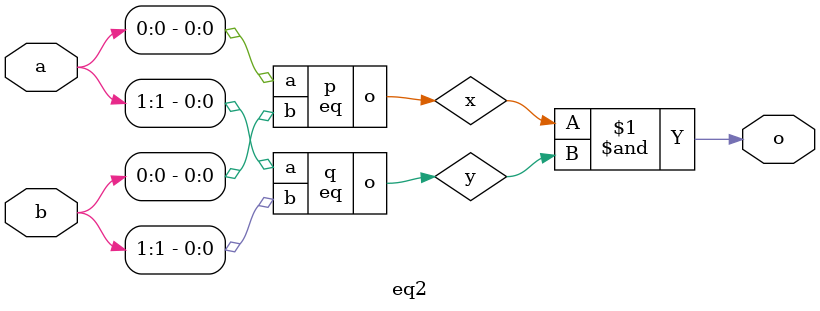
<source format=v>
module eq(
	input wire a,
	input wire b,
	output wire o
);
	assign o = h | l;
	assign h = a & b;
	assign l = ~a & ~b;
endmodule


// A module to test if two 2-bit signals are equal.
module eq2(
	input wire [1:0] a,
	input wire [1:0] b,
	output wire o
);
	wire x, y;
	assign o = x & y;

	eq p(.a(a[0]), .b(b[0]), .o(x));
	eq q(.a(a[1]), .b(b[1]), .o(y));
endmodule

</source>
